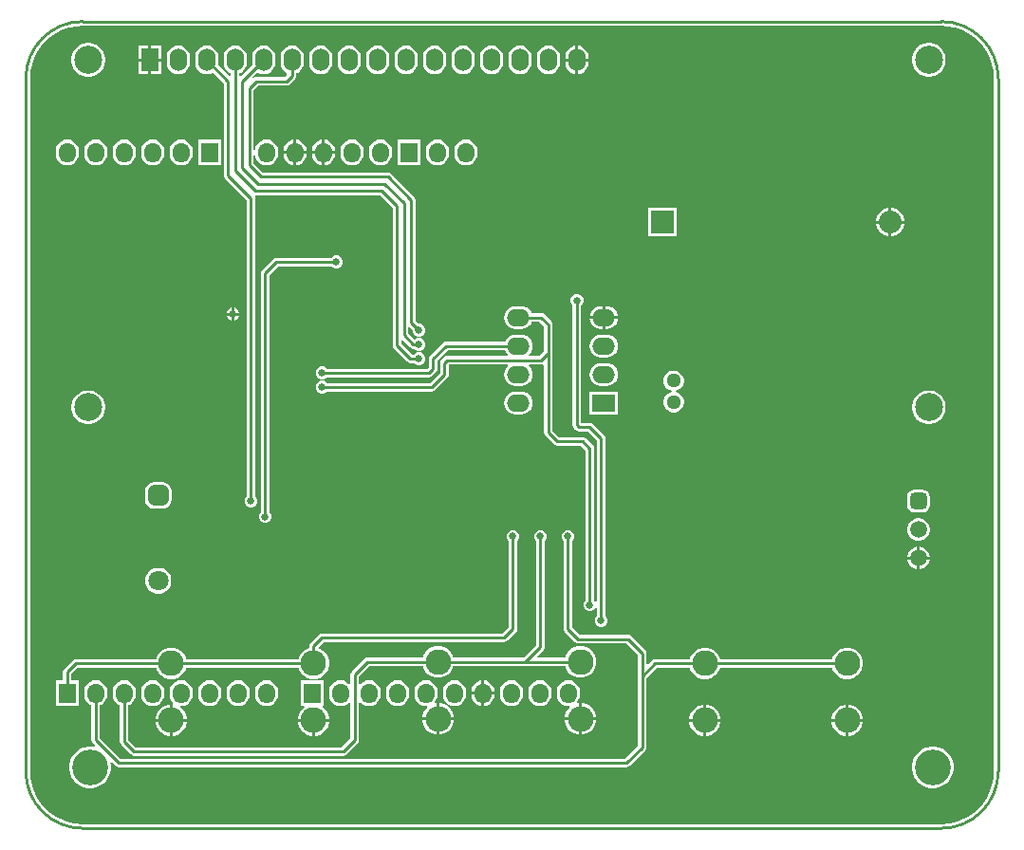
<source format=gbl>
G04*
G04 #@! TF.GenerationSoftware,Altium Limited,Altium Designer,21.3.2 (30)*
G04*
G04 Layer_Physical_Order=2*
G04 Layer_Color=16711680*
%FSTAX24Y24*%
%MOIN*%
G70*
G04*
G04 #@! TF.SameCoordinates,A58ECD2F-0E49-4CC9-AAE6-1995A15C2F52*
G04*
G04*
G04 #@! TF.FilePolarity,Positive*
G04*
G01*
G75*
%ADD11C,0.0100*%
%ADD53C,0.0984*%
%ADD54O,0.0600X0.0800*%
%ADD55R,0.0600X0.0800*%
%ADD56O,0.0600X0.0700*%
%ADD57R,0.0600X0.0700*%
%ADD58C,0.0512*%
%ADD59C,0.1260*%
%ADD60C,0.0900*%
G04:AMPARAMS|DCode=61|XSize=70.9mil|YSize=70.9mil|CornerRadius=17.7mil|HoleSize=0mil|Usage=FLASHONLY|Rotation=270.000|XOffset=0mil|YOffset=0mil|HoleType=Round|Shape=RoundedRectangle|*
%AMROUNDEDRECTD61*
21,1,0.0709,0.0354,0,0,270.0*
21,1,0.0354,0.0709,0,0,270.0*
1,1,0.0354,-0.0177,-0.0177*
1,1,0.0354,-0.0177,0.0177*
1,1,0.0354,0.0177,0.0177*
1,1,0.0354,0.0177,-0.0177*
%
%ADD61ROUNDEDRECTD61*%
%ADD62C,0.0709*%
%ADD65C,0.0591*%
G04:AMPARAMS|DCode=66|XSize=59.1mil|YSize=59.1mil|CornerRadius=14.8mil|HoleSize=0mil|Usage=FLASHONLY|Rotation=270.000|XOffset=0mil|YOffset=0mil|HoleType=Round|Shape=RoundedRectangle|*
%AMROUNDEDRECTD66*
21,1,0.0591,0.0295,0,0,270.0*
21,1,0.0295,0.0591,0,0,270.0*
1,1,0.0295,-0.0148,-0.0148*
1,1,0.0295,-0.0148,0.0148*
1,1,0.0295,0.0148,0.0148*
1,1,0.0295,0.0148,-0.0148*
%
%ADD66ROUNDEDRECTD66*%
%ADD67C,0.0800*%
%ADD68R,0.0800X0.0800*%
%ADD69C,0.0250*%
%ADD70R,0.0800X0.0600*%
%ADD71O,0.0800X0.0600*%
G36*
X067941Y044233D02*
X068179Y044186D01*
X068408Y044108D01*
X068624Y044001D01*
X068826Y043867D01*
X069007Y043707D01*
X069167Y043526D01*
X069301Y043324D01*
X069408Y043108D01*
X069486Y042879D01*
X069533Y042641D01*
X069548Y042407D01*
X069547Y0424D01*
Y01805D01*
X069548Y018043D01*
X069533Y017809D01*
X069486Y017571D01*
X069408Y017342D01*
X069301Y017126D01*
X069167Y016924D01*
X069007Y016743D01*
X068826Y016583D01*
X068624Y016449D01*
X068408Y016342D01*
X068179Y016264D01*
X067941Y016217D01*
X067707Y016202D01*
X0677Y016203D01*
X037545D01*
X037538Y016202D01*
X037304Y016217D01*
X037066Y016264D01*
X036837Y016342D01*
X036621Y016449D01*
X036419Y016583D01*
X036238Y016743D01*
X036078Y016924D01*
X035944Y017126D01*
X035837Y017342D01*
X035759Y017571D01*
X035712Y017809D01*
X035697Y018043D01*
X035698Y01805D01*
Y0424D01*
X035697Y042407D01*
X035712Y042641D01*
X035759Y042879D01*
X035837Y043108D01*
X035944Y043324D01*
X036078Y043526D01*
X036238Y043707D01*
X036419Y043867D01*
X036621Y044001D01*
X036837Y044108D01*
X037066Y044186D01*
X037304Y044233D01*
X037538Y044248D01*
X037545Y044247D01*
X0677D01*
X067707Y044248D01*
X067941Y044233D01*
D02*
G37*
%LPC*%
G36*
X05495Y043547D02*
Y0431D01*
X055303D01*
Y04315D01*
X05529Y043254D01*
X055249Y043352D01*
X055185Y043435D01*
X055102Y043499D01*
X055004Y04354D01*
X05495Y043547D01*
D02*
G37*
G36*
X05485D02*
X054796Y04354D01*
X054698Y043499D01*
X054615Y043435D01*
X054551Y043352D01*
X05451Y043254D01*
X054497Y04315D01*
Y0431D01*
X05485D01*
Y043547D01*
D02*
G37*
G36*
X0403Y04355D02*
X03995D01*
Y0431D01*
X0403D01*
Y04355D01*
D02*
G37*
G36*
X03985D02*
X0395D01*
Y0431D01*
X03985D01*
Y04355D01*
D02*
G37*
G36*
X055303Y043D02*
X05495D01*
Y042553D01*
X055004Y04256D01*
X055102Y042601D01*
X055185Y042665D01*
X055249Y042748D01*
X05529Y042846D01*
X055303Y04295D01*
Y043D01*
D02*
G37*
G36*
X05485D02*
X054497D01*
Y04295D01*
X05451Y042846D01*
X054551Y042748D01*
X054615Y042665D01*
X054698Y042601D01*
X054796Y04256D01*
X05485Y042553D01*
Y043D01*
D02*
G37*
G36*
X0403D02*
X03995D01*
Y04255D01*
X0403D01*
Y043D01*
D02*
G37*
G36*
X03985D02*
X0395D01*
Y04255D01*
X03985D01*
Y043D01*
D02*
G37*
G36*
X0539Y043553D02*
X053796Y04354D01*
X053698Y043499D01*
X053615Y043435D01*
X053551Y043352D01*
X05351Y043254D01*
X053497Y04315D01*
Y04295D01*
X05351Y042846D01*
X053551Y042748D01*
X053615Y042665D01*
X053698Y042601D01*
X053796Y04256D01*
X0539Y042547D01*
X054004Y04256D01*
X054102Y042601D01*
X054185Y042665D01*
X054249Y042748D01*
X05429Y042846D01*
X054303Y04295D01*
Y04315D01*
X05429Y043254D01*
X054249Y043352D01*
X054185Y043435D01*
X054102Y043499D01*
X054004Y04354D01*
X0539Y043553D01*
D02*
G37*
G36*
X0529D02*
X052796Y04354D01*
X052698Y043499D01*
X052615Y043435D01*
X052551Y043352D01*
X05251Y043254D01*
X052497Y04315D01*
Y04295D01*
X05251Y042846D01*
X052551Y042748D01*
X052615Y042665D01*
X052698Y042601D01*
X052796Y04256D01*
X0529Y042547D01*
X053004Y04256D01*
X053102Y042601D01*
X053185Y042665D01*
X053249Y042748D01*
X05329Y042846D01*
X053303Y04295D01*
Y04315D01*
X05329Y043254D01*
X053249Y043352D01*
X053185Y043435D01*
X053102Y043499D01*
X053004Y04354D01*
X0529Y043553D01*
D02*
G37*
G36*
X0519D02*
X051796Y04354D01*
X051698Y043499D01*
X051615Y043435D01*
X051551Y043352D01*
X05151Y043254D01*
X051497Y04315D01*
Y04295D01*
X05151Y042846D01*
X051551Y042748D01*
X051615Y042665D01*
X051698Y042601D01*
X051796Y04256D01*
X0519Y042547D01*
X052004Y04256D01*
X052102Y042601D01*
X052185Y042665D01*
X052249Y042748D01*
X05229Y042846D01*
X052303Y04295D01*
Y04315D01*
X05229Y043254D01*
X052249Y043352D01*
X052185Y043435D01*
X052102Y043499D01*
X052004Y04354D01*
X0519Y043553D01*
D02*
G37*
G36*
X0509D02*
X050796Y04354D01*
X050698Y043499D01*
X050615Y043435D01*
X050551Y043352D01*
X05051Y043254D01*
X050497Y04315D01*
Y04295D01*
X05051Y042846D01*
X050551Y042748D01*
X050615Y042665D01*
X050698Y042601D01*
X050796Y04256D01*
X0509Y042547D01*
X051004Y04256D01*
X051102Y042601D01*
X051185Y042665D01*
X051249Y042748D01*
X05129Y042846D01*
X051303Y04295D01*
Y04315D01*
X05129Y043254D01*
X051249Y043352D01*
X051185Y043435D01*
X051102Y043499D01*
X051004Y04354D01*
X0509Y043553D01*
D02*
G37*
G36*
X0499D02*
X049796Y04354D01*
X049698Y043499D01*
X049615Y043435D01*
X049551Y043352D01*
X04951Y043254D01*
X049497Y04315D01*
Y04295D01*
X04951Y042846D01*
X049551Y042748D01*
X049615Y042665D01*
X049698Y042601D01*
X049796Y04256D01*
X0499Y042547D01*
X050004Y04256D01*
X050102Y042601D01*
X050185Y042665D01*
X050249Y042748D01*
X05029Y042846D01*
X050303Y04295D01*
Y04315D01*
X05029Y043254D01*
X050249Y043352D01*
X050185Y043435D01*
X050102Y043499D01*
X050004Y04354D01*
X0499Y043553D01*
D02*
G37*
G36*
X0489D02*
X048796Y04354D01*
X048698Y043499D01*
X048615Y043435D01*
X048551Y043352D01*
X04851Y043254D01*
X048497Y04315D01*
Y04295D01*
X04851Y042846D01*
X048551Y042748D01*
X048615Y042665D01*
X048698Y042601D01*
X048796Y04256D01*
X0489Y042547D01*
X049004Y04256D01*
X049102Y042601D01*
X049185Y042665D01*
X049249Y042748D01*
X04929Y042846D01*
X049303Y04295D01*
Y04315D01*
X04929Y043254D01*
X049249Y043352D01*
X049185Y043435D01*
X049102Y043499D01*
X049004Y04354D01*
X0489Y043553D01*
D02*
G37*
G36*
X0479D02*
X047796Y04354D01*
X047698Y043499D01*
X047615Y043435D01*
X047551Y043352D01*
X04751Y043254D01*
X047497Y04315D01*
Y04295D01*
X04751Y042846D01*
X047551Y042748D01*
X047615Y042665D01*
X047698Y042601D01*
X047796Y04256D01*
X0479Y042547D01*
X048004Y04256D01*
X048102Y042601D01*
X048185Y042665D01*
X048249Y042748D01*
X04829Y042846D01*
X048303Y04295D01*
Y04315D01*
X04829Y043254D01*
X048249Y043352D01*
X048185Y043435D01*
X048102Y043499D01*
X048004Y04354D01*
X0479Y043553D01*
D02*
G37*
G36*
X0469D02*
X046796Y04354D01*
X046698Y043499D01*
X046615Y043435D01*
X046551Y043352D01*
X04651Y043254D01*
X046497Y04315D01*
Y04295D01*
X04651Y042846D01*
X046551Y042748D01*
X046615Y042665D01*
X046698Y042601D01*
X046796Y04256D01*
X0469Y042547D01*
X047004Y04256D01*
X047102Y042601D01*
X047185Y042665D01*
X047249Y042748D01*
X04729Y042846D01*
X047303Y04295D01*
Y04315D01*
X04729Y043254D01*
X047249Y043352D01*
X047185Y043435D01*
X047102Y043499D01*
X047004Y04354D01*
X0469Y043553D01*
D02*
G37*
G36*
X0459D02*
X045796Y04354D01*
X045698Y043499D01*
X045615Y043435D01*
X045551Y043352D01*
X04551Y043254D01*
X045497Y04315D01*
Y04295D01*
X04551Y042846D01*
X045551Y042748D01*
X045615Y042665D01*
X045698Y042601D01*
X045796Y04256D01*
X0459Y042547D01*
X046004Y04256D01*
X046102Y042601D01*
X046185Y042665D01*
X046249Y042748D01*
X04629Y042846D01*
X046303Y04295D01*
Y04315D01*
X04629Y043254D01*
X046249Y043352D01*
X046185Y043435D01*
X046102Y043499D01*
X046004Y04354D01*
X0459Y043553D01*
D02*
G37*
G36*
X0449D02*
X044796Y04354D01*
X044698Y043499D01*
X044615Y043435D01*
X044551Y043352D01*
X04451Y043254D01*
X044497Y04315D01*
Y04295D01*
X04451Y042846D01*
X044551Y042748D01*
X044615Y042665D01*
X044698Y042601D01*
X044709Y042596D01*
X044721Y042537D01*
X044637Y042453D01*
X04365D01*
X043591Y042441D01*
X043552Y042415D01*
X04352Y042454D01*
X043681Y042614D01*
X043698Y042601D01*
X043796Y04256D01*
X0439Y042547D01*
X044004Y04256D01*
X044102Y042601D01*
X044185Y042665D01*
X044249Y042748D01*
X04429Y042846D01*
X044303Y04295D01*
Y04315D01*
X04429Y043254D01*
X044249Y043352D01*
X044185Y043435D01*
X044102Y043499D01*
X044004Y04354D01*
X0439Y043553D01*
X043796Y04354D01*
X043698Y043499D01*
X043615Y043435D01*
X043551Y043352D01*
X04351Y043254D01*
X043497Y04315D01*
Y04295D01*
X043507Y042873D01*
X043099Y042465D01*
X043053Y042485D01*
Y04258D01*
X043102Y042601D01*
X043185Y042665D01*
X043249Y042748D01*
X04329Y042846D01*
X043303Y04295D01*
Y04315D01*
X04329Y043254D01*
X043249Y043352D01*
X043185Y043435D01*
X043102Y043499D01*
X043004Y04354D01*
X0429Y043553D01*
X042796Y04354D01*
X042698Y043499D01*
X042615Y043435D01*
X042551Y043352D01*
X04251Y043254D01*
X042497Y04315D01*
Y04295D01*
X04251Y042846D01*
X042551Y042748D01*
X042615Y042665D01*
X042698Y042601D01*
X042747Y04258D01*
Y042485D01*
X042701Y042465D01*
X042293Y042873D01*
X042303Y04295D01*
Y04315D01*
X04229Y043254D01*
X042249Y043352D01*
X042185Y043435D01*
X042102Y043499D01*
X042004Y04354D01*
X0419Y043553D01*
X041796Y04354D01*
X041698Y043499D01*
X041615Y043435D01*
X041551Y043352D01*
X04151Y043254D01*
X041497Y04315D01*
Y04295D01*
X04151Y042846D01*
X041551Y042748D01*
X041615Y042665D01*
X041698Y042601D01*
X041796Y04256D01*
X0419Y042547D01*
X042004Y04256D01*
X042102Y042601D01*
X042119Y042614D01*
X042497Y042237D01*
Y039D01*
X042509Y038941D01*
X042542Y038892D01*
X043297Y038137D01*
Y027715D01*
X043259Y027677D01*
X043225Y027595D01*
Y027505D01*
X043259Y027423D01*
X043323Y027359D01*
X043405Y027325D01*
X043495D01*
X043577Y027359D01*
X043641Y027423D01*
X043675Y027505D01*
Y027595D01*
X043641Y027677D01*
X043603Y027715D01*
Y0382D01*
X043593Y038249D01*
X043594Y038251D01*
X043612Y038282D01*
X043626Y038297D01*
X047987D01*
X048422Y037862D01*
Y033025D01*
X048434Y032966D01*
X048467Y032917D01*
X048942Y032442D01*
X048991Y032409D01*
X04905Y032397D01*
X049185D01*
X049223Y032359D01*
X049305Y032325D01*
X049395D01*
X049477Y032359D01*
X049541Y032423D01*
X049575Y032505D01*
Y032595D01*
X049541Y032677D01*
X049477Y032741D01*
X049395Y032775D01*
X049305D01*
X049223Y032741D01*
X049185Y032703D01*
X049113D01*
X048728Y033088D01*
Y03319D01*
X048774Y03321D01*
X049042Y032942D01*
X049091Y032909D01*
X04915Y032897D01*
X049185D01*
X049223Y032859D01*
X049305Y032825D01*
X049395D01*
X049477Y032859D01*
X049541Y032923D01*
X049575Y033005D01*
Y033095D01*
X049541Y033177D01*
X049477Y033241D01*
X049395Y033275D01*
X049305D01*
X049223Y033241D01*
X049199Y033217D01*
X048978Y033438D01*
Y03364D01*
X049024Y03366D01*
X049125Y033559D01*
Y033505D01*
X049159Y033423D01*
X049223Y033359D01*
X049305Y033325D01*
X049395D01*
X049477Y033359D01*
X049541Y033423D01*
X049575Y033505D01*
Y033595D01*
X049541Y033677D01*
X049477Y033741D01*
X049395Y033775D01*
X049341D01*
X049228Y033888D01*
Y038132D01*
X049216Y038191D01*
X049183Y03824D01*
X048365Y039058D01*
X048316Y039091D01*
X048257Y039103D01*
X04387D01*
X043553Y03942D01*
Y039698D01*
X043603Y039701D01*
X04361Y039646D01*
X043651Y039548D01*
X043715Y039465D01*
X043798Y039401D01*
X043896Y03936D01*
X044Y039347D01*
X044104Y03936D01*
X044202Y039401D01*
X044285Y039465D01*
X044349Y039548D01*
X04439Y039646D01*
X044403Y03975D01*
Y03985D01*
X04439Y039954D01*
X044349Y040052D01*
X044285Y040135D01*
X044202Y040199D01*
X044104Y04024D01*
X044Y040253D01*
X043896Y04024D01*
X043798Y040199D01*
X043715Y040135D01*
X043651Y040052D01*
X04361Y039954D01*
X043603Y039899D01*
X043553Y039902D01*
Y041987D01*
X043713Y042147D01*
X0447D01*
X044759Y042159D01*
X044808Y042192D01*
X045008Y042392D01*
X045041Y042441D01*
X045053Y0425D01*
Y04258D01*
X045102Y042601D01*
X045185Y042665D01*
X045249Y042748D01*
X04529Y042846D01*
X045303Y04295D01*
Y04315D01*
X04529Y043254D01*
X045249Y043352D01*
X045185Y043435D01*
X045102Y043499D01*
X045004Y04354D01*
X0449Y043553D01*
D02*
G37*
G36*
X0409D02*
X040796Y04354D01*
X040698Y043499D01*
X040615Y043435D01*
X040551Y043352D01*
X04051Y043254D01*
X040497Y04315D01*
Y04295D01*
X04051Y042846D01*
X040551Y042748D01*
X040615Y042665D01*
X040698Y042601D01*
X040796Y04256D01*
X0409Y042547D01*
X041004Y04256D01*
X041102Y042601D01*
X041185Y042665D01*
X041249Y042748D01*
X04129Y042846D01*
X041303Y04295D01*
Y04315D01*
X04129Y043254D01*
X041249Y043352D01*
X041185Y043435D01*
X041102Y043499D01*
X041004Y04354D01*
X0409Y043553D01*
D02*
G37*
G36*
X067321Y043642D02*
X067204D01*
X067089Y043619D01*
X066982Y043575D01*
X066885Y04351D01*
X066802Y043427D01*
X066737Y04333D01*
X066693Y043223D01*
X06667Y043108D01*
Y042992D01*
X066693Y042877D01*
X066737Y04277D01*
X066802Y042673D01*
X066885Y04259D01*
X066982Y042525D01*
X067089Y042481D01*
X067204Y042458D01*
X067321D01*
X067435Y042481D01*
X067543Y042525D01*
X06764Y04259D01*
X067722Y042673D01*
X067787Y04277D01*
X067832Y042877D01*
X067854Y042992D01*
Y043108D01*
X067832Y043223D01*
X067787Y04333D01*
X067722Y043427D01*
X06764Y04351D01*
X067543Y043575D01*
X067435Y043619D01*
X067321Y043642D01*
D02*
G37*
G36*
X037793D02*
X037676D01*
X037562Y043619D01*
X037454Y043575D01*
X037357Y04351D01*
X037275Y043427D01*
X03721Y04333D01*
X037165Y043223D01*
X037143Y043108D01*
Y042992D01*
X037165Y042877D01*
X03721Y04277D01*
X037275Y042673D01*
X037357Y04259D01*
X037454Y042525D01*
X037562Y042481D01*
X037676Y042458D01*
X037793D01*
X037907Y042481D01*
X038015Y042525D01*
X038112Y04259D01*
X038195Y042673D01*
X038259Y04277D01*
X038304Y042877D01*
X038327Y042992D01*
Y043108D01*
X038304Y043223D01*
X038259Y04333D01*
X038195Y043427D01*
X038112Y04351D01*
X038015Y043575D01*
X037907Y043619D01*
X037793Y043642D01*
D02*
G37*
G36*
X04605Y040247D02*
Y03985D01*
X046403D01*
X04639Y039954D01*
X046349Y040052D01*
X046285Y040135D01*
X046202Y040199D01*
X046104Y04024D01*
X04605Y040247D01*
D02*
G37*
G36*
X04505D02*
Y03985D01*
X045403D01*
X04539Y039954D01*
X045349Y040052D01*
X045285Y040135D01*
X045202Y040199D01*
X045104Y04024D01*
X04505Y040247D01*
D02*
G37*
G36*
X04595D02*
X045896Y04024D01*
X045798Y040199D01*
X045715Y040135D01*
X045651Y040052D01*
X04561Y039954D01*
X045597Y03985D01*
D01*
X04595D01*
Y040247D01*
D02*
G37*
G36*
X04495D02*
X044896Y04024D01*
X044798Y040199D01*
X044715Y040135D01*
X044651Y040052D01*
X04461Y039954D01*
X044597Y03985D01*
D01*
X04495D01*
Y040247D01*
D02*
G37*
G36*
X046403Y03975D02*
X04605D01*
Y039353D01*
X046104Y03936D01*
X046202Y039401D01*
X046285Y039465D01*
X046349Y039548D01*
X04639Y039646D01*
X046403Y03975D01*
D01*
D02*
G37*
G36*
X045403D02*
X04505D01*
Y039353D01*
X045104Y03936D01*
X045202Y039401D01*
X045285Y039465D01*
X045349Y039548D01*
X04539Y039646D01*
X045403Y03975D01*
D01*
D02*
G37*
G36*
X04595D02*
X045597D01*
X04561Y039646D01*
X045651Y039548D01*
X045715Y039465D01*
X045798Y039401D01*
X045896Y03936D01*
X04595Y039353D01*
Y03975D01*
D02*
G37*
G36*
X04495D02*
X044597D01*
X04461Y039646D01*
X044651Y039548D01*
X044715Y039465D01*
X044798Y039401D01*
X044896Y03936D01*
X04495Y039353D01*
Y03975D01*
D02*
G37*
G36*
X0494Y04025D02*
X0486D01*
Y03935D01*
X0494D01*
Y04025D01*
D02*
G37*
G36*
X0424D02*
X0416D01*
Y03935D01*
X0424D01*
Y04025D01*
D02*
G37*
G36*
X051Y040253D02*
X050896Y04024D01*
X050798Y040199D01*
X050715Y040135D01*
X050651Y040052D01*
X05061Y039954D01*
X050597Y03985D01*
Y03975D01*
X05061Y039646D01*
X050651Y039548D01*
X050715Y039465D01*
X050798Y039401D01*
X050896Y03936D01*
X051Y039347D01*
X051104Y03936D01*
X051202Y039401D01*
X051285Y039465D01*
X051349Y039548D01*
X05139Y039646D01*
X051403Y03975D01*
Y03985D01*
X05139Y039954D01*
X051349Y040052D01*
X051285Y040135D01*
X051202Y040199D01*
X051104Y04024D01*
X051Y040253D01*
D02*
G37*
G36*
X05D02*
X049896Y04024D01*
X049798Y040199D01*
X049715Y040135D01*
X049651Y040052D01*
X04961Y039954D01*
X049597Y03985D01*
Y03975D01*
X04961Y039646D01*
X049651Y039548D01*
X049715Y039465D01*
X049798Y039401D01*
X049896Y03936D01*
X05Y039347D01*
X050104Y03936D01*
X050202Y039401D01*
X050285Y039465D01*
X050349Y039548D01*
X05039Y039646D01*
X050403Y03975D01*
Y03985D01*
X05039Y039954D01*
X050349Y040052D01*
X050285Y040135D01*
X050202Y040199D01*
X050104Y04024D01*
X05Y040253D01*
D02*
G37*
G36*
X048D02*
X047896Y04024D01*
X047798Y040199D01*
X047715Y040135D01*
X047651Y040052D01*
X04761Y039954D01*
X047597Y03985D01*
Y03975D01*
X04761Y039646D01*
X047651Y039548D01*
X047715Y039465D01*
X047798Y039401D01*
X047896Y03936D01*
X048Y039347D01*
X048104Y03936D01*
X048202Y039401D01*
X048285Y039465D01*
X048349Y039548D01*
X04839Y039646D01*
X048403Y03975D01*
Y03985D01*
X04839Y039954D01*
X048349Y040052D01*
X048285Y040135D01*
X048202Y040199D01*
X048104Y04024D01*
X048Y040253D01*
D02*
G37*
G36*
X047D02*
X046896Y04024D01*
X046798Y040199D01*
X046715Y040135D01*
X046651Y040052D01*
X04661Y039954D01*
X046597Y03985D01*
Y03975D01*
X04661Y039646D01*
X046651Y039548D01*
X046715Y039465D01*
X046798Y039401D01*
X046896Y03936D01*
X047Y039347D01*
X047104Y03936D01*
X047202Y039401D01*
X047285Y039465D01*
X047349Y039548D01*
X04739Y039646D01*
X047403Y03975D01*
Y03985D01*
X04739Y039954D01*
X047349Y040052D01*
X047285Y040135D01*
X047202Y040199D01*
X047104Y04024D01*
X047Y040253D01*
D02*
G37*
G36*
X041D02*
X040896Y04024D01*
X040798Y040199D01*
X040715Y040135D01*
X040651Y040052D01*
X04061Y039954D01*
X040597Y03985D01*
Y03975D01*
X04061Y039646D01*
X040651Y039548D01*
X040715Y039465D01*
X040798Y039401D01*
X040896Y03936D01*
X041Y039347D01*
X041104Y03936D01*
X041202Y039401D01*
X041285Y039465D01*
X041349Y039548D01*
X04139Y039646D01*
X041403Y03975D01*
Y03985D01*
X04139Y039954D01*
X041349Y040052D01*
X041285Y040135D01*
X041202Y040199D01*
X041104Y04024D01*
X041Y040253D01*
D02*
G37*
G36*
X04D02*
X039896Y04024D01*
X039798Y040199D01*
X039715Y040135D01*
X039651Y040052D01*
X03961Y039954D01*
X039597Y03985D01*
Y03975D01*
X03961Y039646D01*
X039651Y039548D01*
X039715Y039465D01*
X039798Y039401D01*
X039896Y03936D01*
X04Y039347D01*
X040104Y03936D01*
X040202Y039401D01*
X040285Y039465D01*
X040349Y039548D01*
X04039Y039646D01*
X040403Y03975D01*
Y03985D01*
X04039Y039954D01*
X040349Y040052D01*
X040285Y040135D01*
X040202Y040199D01*
X040104Y04024D01*
X04Y040253D01*
D02*
G37*
G36*
X039D02*
X038896Y04024D01*
X038798Y040199D01*
X038715Y040135D01*
X038651Y040052D01*
X03861Y039954D01*
X038597Y03985D01*
Y03975D01*
X03861Y039646D01*
X038651Y039548D01*
X038715Y039465D01*
X038798Y039401D01*
X038896Y03936D01*
X039Y039347D01*
X039104Y03936D01*
X039202Y039401D01*
X039285Y039465D01*
X039349Y039548D01*
X03939Y039646D01*
X039403Y03975D01*
Y03985D01*
X03939Y039954D01*
X039349Y040052D01*
X039285Y040135D01*
X039202Y040199D01*
X039104Y04024D01*
X039Y040253D01*
D02*
G37*
G36*
X038D02*
X037896Y04024D01*
X037798Y040199D01*
X037715Y040135D01*
X037651Y040052D01*
X03761Y039954D01*
X037597Y03985D01*
Y03975D01*
X03761Y039646D01*
X037651Y039548D01*
X037715Y039465D01*
X037798Y039401D01*
X037896Y03936D01*
X038Y039347D01*
X038104Y03936D01*
X038202Y039401D01*
X038285Y039465D01*
X038349Y039548D01*
X03839Y039646D01*
X038403Y03975D01*
Y03985D01*
X03839Y039954D01*
X038349Y040052D01*
X038285Y040135D01*
X038202Y040199D01*
X038104Y04024D01*
X038Y040253D01*
D02*
G37*
G36*
X037D02*
X036896Y04024D01*
X036798Y040199D01*
X036715Y040135D01*
X036651Y040052D01*
X03661Y039954D01*
X036597Y03985D01*
Y03975D01*
X03661Y039646D01*
X036651Y039548D01*
X036715Y039465D01*
X036798Y039401D01*
X036896Y03936D01*
X037Y039347D01*
X037104Y03936D01*
X037202Y039401D01*
X037285Y039465D01*
X037349Y039548D01*
X03739Y039646D01*
X037403Y03975D01*
Y03985D01*
X03739Y039954D01*
X037349Y040052D01*
X037285Y040135D01*
X037202Y040199D01*
X037104Y04024D01*
X037Y040253D01*
D02*
G37*
G36*
X065966Y03785D02*
X06595D01*
Y0374D01*
X0664D01*
Y037416D01*
X066366Y037543D01*
X0663Y037657D01*
X066207Y03775D01*
X066093Y037816D01*
X065966Y03785D01*
D02*
G37*
G36*
X06585D02*
X065834D01*
X065707Y037816D01*
X065593Y03775D01*
X0655Y037657D01*
X065434Y037543D01*
X0654Y037416D01*
Y0374D01*
X06585D01*
Y03785D01*
D02*
G37*
G36*
X0664Y0373D02*
X06595D01*
Y03685D01*
X065966D01*
X066093Y036884D01*
X066207Y03695D01*
X0663Y037043D01*
X066366Y037157D01*
X0664Y037284D01*
Y0373D01*
D02*
G37*
G36*
X06585D02*
X0654D01*
Y037284D01*
X065434Y037157D01*
X0655Y037043D01*
X065593Y03695D01*
X065707Y036884D01*
X065834Y03685D01*
X06585D01*
Y0373D01*
D02*
G37*
G36*
X0584Y03785D02*
X0574D01*
Y03685D01*
X0584D01*
Y03785D01*
D02*
G37*
G36*
X046495Y036175D02*
X046405D01*
X046323Y036141D01*
X046285Y036103D01*
X04435D01*
X044291Y036091D01*
X044242Y036058D01*
X043842Y035658D01*
X043809Y035609D01*
X043797Y03555D01*
Y027165D01*
X043759Y027127D01*
X043725Y027045D01*
Y026955D01*
X043759Y026873D01*
X043823Y026809D01*
X043905Y026775D01*
X043995D01*
X044077Y026809D01*
X044141Y026873D01*
X044175Y026955D01*
Y027045D01*
X044141Y027127D01*
X044103Y027165D01*
Y035487D01*
X044413Y035797D01*
X046285D01*
X046323Y035759D01*
X046405Y035725D01*
X046495D01*
X046577Y035759D01*
X046641Y035823D01*
X046675Y035905D01*
Y035995D01*
X046641Y036077D01*
X046577Y036141D01*
X046495Y036175D01*
D02*
G37*
G36*
X042866Y034339D02*
Y034166D01*
X043039D01*
X043007Y034244D01*
X042944Y034307D01*
X042866Y034339D01*
D02*
G37*
G36*
X042766D02*
X042689Y034307D01*
X042625Y034244D01*
X042593Y034166D01*
X042766D01*
Y034339D01*
D02*
G37*
G36*
X05595Y034403D02*
X0559D01*
Y03405D01*
X056347D01*
X05634Y034104D01*
X056299Y034202D01*
X056235Y034285D01*
X056152Y034349D01*
X056054Y03439D01*
X05595Y034403D01*
D02*
G37*
G36*
X0558D02*
X05575D01*
X055646Y03439D01*
X055548Y034349D01*
X055465Y034285D01*
X055401Y034202D01*
X05536Y034104D01*
X055353Y03405D01*
X0558D01*
Y034403D01*
D02*
G37*
G36*
X043039Y034066D02*
X042866D01*
Y033893D01*
X042944Y033925D01*
X043007Y033989D01*
X043039Y034066D01*
D02*
G37*
G36*
X042766D02*
X042593D01*
X042625Y033989D01*
X042689Y033925D01*
X042766Y033893D01*
Y034066D01*
D02*
G37*
G36*
X056347Y03395D02*
X0559D01*
Y033597D01*
X05595D01*
X056054Y03361D01*
X056152Y033651D01*
X056235Y033715D01*
X056299Y033798D01*
X05634Y033896D01*
X056347Y03395D01*
D02*
G37*
G36*
X0558D02*
X055353D01*
X05536Y033896D01*
X055401Y033798D01*
X055465Y033715D01*
X055548Y033651D01*
X055646Y03361D01*
X05575Y033597D01*
X0558D01*
Y03395D01*
D02*
G37*
G36*
X05595Y033403D02*
X05575D01*
X055646Y03339D01*
X055548Y033349D01*
X055465Y033285D01*
X055401Y033202D01*
X05536Y033104D01*
X055347Y033D01*
X05536Y032896D01*
X055401Y032798D01*
X055465Y032715D01*
X055548Y032651D01*
X055646Y03261D01*
X05575Y032597D01*
X05595D01*
X056054Y03261D01*
X056152Y032651D01*
X056235Y032715D01*
X056299Y032798D01*
X05634Y032896D01*
X056353Y033D01*
X05634Y033104D01*
X056299Y033202D01*
X056235Y033285D01*
X056152Y033349D01*
X056054Y03339D01*
X05595Y033403D01*
D02*
G37*
G36*
Y032403D02*
X05575D01*
X055646Y03239D01*
X055548Y032349D01*
X055465Y032285D01*
X055401Y032202D01*
X05536Y032104D01*
X055347Y032D01*
X05536Y031896D01*
X055401Y031798D01*
X055465Y031715D01*
X055548Y031651D01*
X055646Y03161D01*
X05575Y031597D01*
X05595D01*
X056054Y03161D01*
X056152Y031651D01*
X056235Y031715D01*
X056299Y031798D01*
X05634Y031896D01*
X056353Y032D01*
X05634Y032104D01*
X056299Y032202D01*
X056235Y032285D01*
X056152Y032349D01*
X056054Y03239D01*
X05595Y032403D01*
D02*
G37*
G36*
X058347Y032131D02*
X058253D01*
X058163Y032107D01*
X058081Y03206D01*
X058015Y031994D01*
X057968Y031912D01*
X057944Y031822D01*
Y031728D01*
X057968Y031638D01*
X058015Y031556D01*
X058081Y03149D01*
X058163Y031443D01*
X058228Y031426D01*
Y031374D01*
X058163Y031357D01*
X058081Y03131D01*
X058015Y031244D01*
X057968Y031162D01*
X057944Y031072D01*
Y030978D01*
X057968Y030888D01*
X058015Y030806D01*
X058081Y03074D01*
X058163Y030693D01*
X058253Y030669D01*
X058347D01*
X058437Y030693D01*
X058519Y03074D01*
X058585Y030806D01*
X058632Y030888D01*
X058656Y030978D01*
Y031072D01*
X058632Y031162D01*
X058585Y031244D01*
X058519Y03131D01*
X058437Y031357D01*
X058372Y031374D01*
Y031426D01*
X058437Y031443D01*
X058519Y03149D01*
X058585Y031556D01*
X058632Y031638D01*
X058656Y031728D01*
Y031822D01*
X058632Y031912D01*
X058585Y031994D01*
X058519Y03206D01*
X058437Y032107D01*
X058347Y032131D01*
D02*
G37*
G36*
X05635Y0314D02*
X05535D01*
Y0306D01*
X05635D01*
Y0314D01*
D02*
G37*
G36*
X05295Y031403D02*
X05275D01*
X052646Y03139D01*
X052548Y031349D01*
X052465Y031285D01*
X052401Y031202D01*
X05236Y031104D01*
X052347Y031D01*
X05236Y030896D01*
X052401Y030798D01*
X052465Y030715D01*
X052548Y030651D01*
X052646Y03061D01*
X05275Y030597D01*
X05295D01*
X053054Y03061D01*
X053152Y030651D01*
X053235Y030715D01*
X053299Y030798D01*
X05334Y030896D01*
X053353Y031D01*
X05334Y031104D01*
X053299Y031202D01*
X053235Y031285D01*
X053152Y031349D01*
X053054Y03139D01*
X05295Y031403D01*
D02*
G37*
G36*
X067321Y031437D02*
X067204D01*
X067089Y031415D01*
X066982Y03137D01*
X066885Y031305D01*
X066802Y031223D01*
X066737Y031126D01*
X066693Y031018D01*
X06667Y030904D01*
Y030787D01*
X066693Y030673D01*
X066737Y030565D01*
X066802Y030468D01*
X066885Y030385D01*
X066982Y030321D01*
X067089Y030276D01*
X067204Y030253D01*
X067321D01*
X067435Y030276D01*
X067543Y030321D01*
X06764Y030385D01*
X067722Y030468D01*
X067787Y030565D01*
X067832Y030673D01*
X067854Y030787D01*
Y030904D01*
X067832Y031018D01*
X067787Y031126D01*
X067722Y031223D01*
X06764Y031305D01*
X067543Y03137D01*
X067435Y031415D01*
X067321Y031437D01*
D02*
G37*
G36*
X037793D02*
X037676D01*
X037562Y031415D01*
X037454Y03137D01*
X037357Y031305D01*
X037275Y031223D01*
X03721Y031126D01*
X037165Y031018D01*
X037143Y030904D01*
Y030787D01*
X037165Y030673D01*
X03721Y030565D01*
X037275Y030468D01*
X037357Y030385D01*
X037454Y030321D01*
X037562Y030276D01*
X037676Y030253D01*
X037793D01*
X037907Y030276D01*
X038015Y030321D01*
X038112Y030385D01*
X038195Y030468D01*
X038259Y030565D01*
X038304Y030673D01*
X038327Y030787D01*
Y030904D01*
X038304Y031018D01*
X038259Y031126D01*
X038195Y031223D01*
X038112Y031305D01*
X038015Y03137D01*
X037907Y031415D01*
X037793Y031437D01*
D02*
G37*
G36*
X040377Y028207D02*
X040023D01*
X03995Y028197D01*
X039883Y028169D01*
X039825Y028125D01*
X039781Y028067D01*
X039753Y028D01*
X039743Y027927D01*
Y027573D01*
X039753Y0275D01*
X039781Y027433D01*
X039825Y027375D01*
X039883Y027331D01*
X03995Y027303D01*
X040023Y027293D01*
X040377D01*
X04045Y027303D01*
X040517Y027331D01*
X040575Y027375D01*
X040619Y027433D01*
X040647Y0275D01*
X040657Y027573D01*
Y027927D01*
X040647Y028D01*
X040619Y028067D01*
X040575Y028125D01*
X040517Y028169D01*
X04045Y028197D01*
X040377Y028207D01*
D02*
G37*
G36*
X067048Y02795D02*
X066752D01*
X066656Y027931D01*
X066574Y027876D01*
X066519Y027794D01*
X0665Y027698D01*
Y027402D01*
X066519Y027306D01*
X066574Y027224D01*
X066656Y027169D01*
X066752Y02715D01*
X067048D01*
X067144Y027169D01*
X067226Y027224D01*
X067281Y027306D01*
X0673Y027402D01*
Y027698D01*
X067281Y027794D01*
X067226Y027876D01*
X067144Y027931D01*
X067048Y02795D01*
D02*
G37*
G36*
X066952Y026945D02*
X066848D01*
X066747Y026918D01*
X066657Y026866D01*
X066584Y026793D01*
X066532Y026703D01*
X066505Y026602D01*
Y026498D01*
X066532Y026397D01*
X066584Y026307D01*
X066657Y026234D01*
X066747Y026182D01*
X066848Y026155D01*
X066952D01*
X067053Y026182D01*
X067143Y026234D01*
X067216Y026307D01*
X067268Y026397D01*
X067295Y026498D01*
Y026602D01*
X067268Y026703D01*
X067216Y026793D01*
X067143Y026866D01*
X067053Y026918D01*
X066952Y026945D01*
D02*
G37*
G36*
Y025945D02*
X06695D01*
Y0256D01*
X067295D01*
Y025602D01*
X067268Y025703D01*
X067216Y025793D01*
X067143Y025866D01*
X067053Y025918D01*
X066952Y025945D01*
D02*
G37*
G36*
X06685D02*
X066848D01*
X066747Y025918D01*
X066657Y025866D01*
X066584Y025793D01*
X066532Y025703D01*
X066505Y025602D01*
Y0256D01*
X06685D01*
Y025945D01*
D02*
G37*
G36*
X067295Y0255D02*
X06695D01*
Y025155D01*
X066952D01*
X067053Y025182D01*
X067143Y025234D01*
X067216Y025307D01*
X067268Y025397D01*
X067295Y025498D01*
Y0255D01*
D02*
G37*
G36*
X06685D02*
X066505D01*
Y025498D01*
X066532Y025397D01*
X066584Y025307D01*
X066657Y025234D01*
X066747Y025182D01*
X066848Y025155D01*
X06685D01*
Y0255D01*
D02*
G37*
G36*
X04026Y025204D02*
X04014D01*
X040025Y025173D01*
X039921Y025114D01*
X039836Y025029D01*
X039777Y024925D01*
X039746Y02481D01*
Y02469D01*
X039777Y024575D01*
X039836Y024471D01*
X039921Y024386D01*
X040025Y024327D01*
X04014Y024296D01*
X04026D01*
X040375Y024327D01*
X040479Y024386D01*
X040564Y024471D01*
X040623Y024575D01*
X040654Y02469D01*
Y02481D01*
X040623Y024925D01*
X040564Y025029D01*
X040479Y025114D01*
X040375Y025173D01*
X04026Y025204D01*
D02*
G37*
G36*
X054945Y034825D02*
X054855D01*
X054773Y034791D01*
X054709Y034727D01*
X054675Y034645D01*
Y034555D01*
X054709Y034473D01*
X054747Y034435D01*
Y030209D01*
X054759Y03015D01*
X054792Y0301D01*
X05485Y030042D01*
X0549Y030009D01*
X054959Y029997D01*
X055287D01*
X055597Y029687D01*
Y024022D01*
X055547Y024012D01*
X055541Y024027D01*
X055503Y024065D01*
Y0294D01*
X055491Y029459D01*
X055458Y029508D01*
X055208Y029758D01*
X055159Y029791D01*
X0551Y029803D01*
X054263D01*
X054053Y030013D01*
Y03275D01*
Y03375D01*
X054041Y033809D01*
X054008Y033858D01*
X053758Y034108D01*
X053709Y034141D01*
X05365Y034153D01*
X05332D01*
X053299Y034202D01*
X053235Y034285D01*
X053152Y034349D01*
X053054Y03439D01*
X05295Y034403D01*
X05275D01*
X052646Y03439D01*
X052548Y034349D01*
X052465Y034285D01*
X052401Y034202D01*
X05236Y034104D01*
X052347Y034D01*
X05236Y033896D01*
X052401Y033798D01*
X052465Y033715D01*
X052548Y033651D01*
X052646Y03361D01*
X05275Y033597D01*
X05295D01*
X053054Y03361D01*
X053152Y033651D01*
X053235Y033715D01*
X053299Y033798D01*
X05332Y033847D01*
X053587D01*
X053747Y033687D01*
Y032813D01*
X053587Y032653D01*
X053233D01*
X053216Y0327D01*
X053235Y032715D01*
X053299Y032798D01*
X05334Y032896D01*
X053353Y033D01*
X05334Y033104D01*
X053299Y033202D01*
X053235Y033285D01*
X053152Y033349D01*
X053054Y03339D01*
X05295Y033403D01*
X05275D01*
X052646Y03339D01*
X052548Y033349D01*
X052465Y033285D01*
X052401Y033202D01*
X05238Y033153D01*
X0503D01*
X050241Y033141D01*
X050192Y033108D01*
X049742Y032658D01*
X049709Y032609D01*
X049697Y03255D01*
Y032263D01*
X049637Y032203D01*
X046115D01*
X046077Y032241D01*
X045995Y032275D01*
X045905D01*
X045823Y032241D01*
X045759Y032177D01*
X045725Y032095D01*
Y032005D01*
X045759Y031923D01*
X045823Y031859D01*
X045905Y031825D01*
X045995D01*
X046077Y031859D01*
X046115Y031897D01*
X0497D01*
X049759Y031909D01*
X049808Y031942D01*
X049958Y032092D01*
X049991Y032141D01*
X050003Y0322D01*
Y032487D01*
X050363Y032847D01*
X05238D01*
X052401Y032798D01*
X052465Y032715D01*
X052484Y0327D01*
X052467Y032653D01*
X05035D01*
X050291Y032641D01*
X050242Y032608D01*
X050142Y032508D01*
X050109Y032459D01*
X050097Y0324D01*
Y032063D01*
X049737Y031703D01*
X046115D01*
X046077Y031741D01*
X045995Y031775D01*
X045905D01*
X045823Y031741D01*
X045759Y031677D01*
X045725Y031595D01*
Y031505D01*
X045759Y031423D01*
X045823Y031359D01*
X045905Y031325D01*
X045995D01*
X046077Y031359D01*
X046115Y031397D01*
X0498D01*
X049859Y031409D01*
X049908Y031442D01*
X050358Y031892D01*
X050391Y031941D01*
X050403Y032D01*
Y032337D01*
X050413Y032347D01*
X052467D01*
X052484Y0323D01*
X052465Y032285D01*
X052401Y032202D01*
X05236Y032104D01*
X052347Y032D01*
X05236Y031896D01*
X052401Y031798D01*
X052465Y031715D01*
X052548Y031651D01*
X052646Y03161D01*
X05275Y031597D01*
X05295D01*
X053054Y03161D01*
X053152Y031651D01*
X053235Y031715D01*
X053299Y031798D01*
X05334Y031896D01*
X053353Y032D01*
X05334Y032104D01*
X053299Y032202D01*
X053235Y032285D01*
X053216Y0323D01*
X053233Y032347D01*
X05365D01*
X053697Y032356D01*
X053747Y032329D01*
Y02995D01*
X053759Y029891D01*
X053792Y029842D01*
X054092Y029542D01*
X054141Y029509D01*
X0542Y029497D01*
X055037D01*
X055197Y029337D01*
Y024065D01*
X055159Y024027D01*
X055125Y023945D01*
Y023855D01*
X055159Y023773D01*
X055223Y023709D01*
X055305Y023675D01*
X055395D01*
X055477Y023709D01*
X055541Y023773D01*
X055547Y023788D01*
X055597Y023778D01*
Y023515D01*
X055559Y023477D01*
X055525Y023395D01*
Y023305D01*
X055559Y023223D01*
X055623Y023159D01*
X055705Y023125D01*
X055795D01*
X055877Y023159D01*
X055941Y023223D01*
X055975Y023305D01*
Y023395D01*
X055941Y023477D01*
X055903Y023515D01*
Y02975D01*
X055891Y029809D01*
X055858Y029858D01*
X055458Y030258D01*
X055409Y030291D01*
X05535Y030303D01*
X055053D01*
Y034435D01*
X055091Y034473D01*
X055125Y034555D01*
Y034645D01*
X055091Y034727D01*
X055027Y034791D01*
X054945Y034825D01*
D02*
G37*
G36*
X053662Y026533D02*
X053573D01*
X05349Y026499D01*
X053427Y026436D01*
X053393Y026353D01*
Y026263D01*
X053427Y026181D01*
X053465Y026143D01*
Y022496D01*
X053022Y022053D01*
X050554D01*
X050538Y022112D01*
X050465Y022238D01*
X050363Y02234D01*
X050237Y022413D01*
X050098Y02245D01*
X049953D01*
X049813Y022413D01*
X049687Y02234D01*
X049585Y022238D01*
X049513Y022112D01*
X049497Y022053D01*
X04755D01*
X047491Y022041D01*
X047442Y022008D01*
X046992Y021558D01*
X046959Y021509D01*
X046947Y02145D01*
Y021133D01*
X0469Y021116D01*
X046885Y021135D01*
X046802Y021199D01*
X046704Y02124D01*
X0466Y021253D01*
X046496Y02124D01*
X046398Y021199D01*
X046315Y021135D01*
X046251Y021052D01*
X04621Y020954D01*
X046197Y02085D01*
Y02075D01*
X04621Y020646D01*
X046251Y020548D01*
X046315Y020465D01*
X046398Y020401D01*
X046496Y02036D01*
X0466Y020347D01*
X046704Y02036D01*
X046802Y020401D01*
X046885Y020465D01*
X0469Y020484D01*
X046947Y020467D01*
Y019213D01*
X046637Y018903D01*
X039413Y018903D01*
X039153Y019163D01*
Y02038D01*
X039202Y020401D01*
X039285Y020465D01*
X039349Y020548D01*
X03939Y020646D01*
X039403Y02075D01*
Y02085D01*
X03939Y020954D01*
X039349Y021052D01*
X039285Y021135D01*
X039202Y021199D01*
X039104Y02124D01*
X039Y021253D01*
X038896Y02124D01*
X038798Y021199D01*
X038715Y021135D01*
X038651Y021052D01*
X03861Y020954D01*
X038597Y02085D01*
Y02075D01*
X03861Y020646D01*
X038651Y020548D01*
X038715Y020465D01*
X038798Y020401D01*
X038847Y02038D01*
Y0191D01*
X038859Y019041D01*
X038892Y018992D01*
X039242Y018642D01*
X039291Y018609D01*
X03935Y018597D01*
X0467Y018597D01*
X046759Y018609D01*
X046808Y018642D01*
X047208Y019042D01*
X047241Y019091D01*
X047253Y01915D01*
Y020467D01*
X0473Y020484D01*
X047315Y020465D01*
X047398Y020401D01*
X047496Y02036D01*
X0476Y020347D01*
X047704Y02036D01*
X047802Y020401D01*
X047885Y020465D01*
X047949Y020548D01*
X04799Y020646D01*
X048003Y02075D01*
Y02085D01*
X04799Y020954D01*
X047949Y021052D01*
X047885Y021135D01*
X047802Y021199D01*
X047704Y02124D01*
X0476Y021253D01*
X047496Y02124D01*
X047398Y021199D01*
X047315Y021135D01*
X0473Y021116D01*
X047253Y021133D01*
Y021387D01*
X047613Y021747D01*
X049497D01*
X049513Y021688D01*
X049585Y021562D01*
X049687Y02146D01*
X049813Y021387D01*
X049953Y02135D01*
X050098D01*
X050237Y021387D01*
X050363Y02146D01*
X050465Y021562D01*
X050538Y021688D01*
X050554Y021747D01*
X054497D01*
X054513Y021688D01*
X054585Y021562D01*
X054687Y02146D01*
X054813Y021387D01*
X054953Y02135D01*
X055098D01*
X055237Y021387D01*
X055363Y02146D01*
X055465Y021562D01*
X055538Y021688D01*
X055575Y021828D01*
Y021972D01*
X055538Y022112D01*
X055465Y022238D01*
X055363Y02234D01*
X055237Y022413D01*
X055098Y02245D01*
X054953D01*
X054813Y022413D01*
X054687Y02234D01*
X054585Y022238D01*
X054513Y022112D01*
X054497Y022053D01*
X05352D01*
X053501Y022099D01*
X053726Y022324D01*
X053759Y022374D01*
X053771Y022432D01*
Y026143D01*
X053808Y026181D01*
X053843Y026263D01*
Y026353D01*
X053808Y026436D01*
X053745Y026499D01*
X053662Y026533D01*
D02*
G37*
G36*
X052695D02*
X052605D01*
X052523Y026499D01*
X052459Y026436D01*
X052425Y026353D01*
Y026263D01*
X052459Y026181D01*
X052497Y026143D01*
Y023113D01*
X052287Y022903D01*
X04595D01*
X045891Y022891D01*
X045842Y022858D01*
X045542Y022558D01*
X045509Y022509D01*
X045497Y02245D01*
Y022378D01*
X045438Y022363D01*
X045312Y02229D01*
X04521Y022188D01*
X045137Y022062D01*
X045122Y022003D01*
X041178D01*
X041163Y022062D01*
X04109Y022188D01*
X040988Y02229D01*
X040862Y022363D01*
X040722Y0224D01*
X040578D01*
X040438Y022363D01*
X040312Y02229D01*
X04021Y022188D01*
X040137Y022062D01*
X040122Y022003D01*
X0373D01*
X037241Y021991D01*
X037192Y021958D01*
X036892Y021658D01*
X036859Y021609D01*
X036847Y02155D01*
Y02125D01*
X0366D01*
Y02035D01*
X0374D01*
Y02125D01*
X037153D01*
Y021487D01*
X037363Y021697D01*
X040122D01*
X040137Y021638D01*
X04021Y021512D01*
X040312Y02141D01*
X040438Y021337D01*
X040578Y0213D01*
X040722D01*
X040862Y021337D01*
X040988Y02141D01*
X04109Y021512D01*
X041163Y021638D01*
X041178Y021697D01*
X045122D01*
X045137Y021638D01*
X04521Y021512D01*
X045312Y02141D01*
X045438Y021337D01*
X045578Y0213D01*
X045722D01*
X045862Y021337D01*
X045988Y02141D01*
X04609Y021512D01*
X046163Y021638D01*
X0462Y021778D01*
Y021922D01*
X046163Y022062D01*
X04609Y022188D01*
X045988Y02229D01*
X045862Y022363D01*
X045852Y022365D01*
X045837Y022421D01*
X046013Y022597D01*
X05235D01*
X052409Y022609D01*
X052458Y022642D01*
X052758Y022942D01*
X052791Y022991D01*
X052803Y02305D01*
Y026143D01*
X052841Y026181D01*
X052875Y026263D01*
Y026353D01*
X052841Y026436D01*
X052777Y026499D01*
X052695Y026533D01*
D02*
G37*
G36*
X05463D02*
X054541D01*
X054458Y026499D01*
X054395Y026436D01*
X05436Y026353D01*
Y026263D01*
X054395Y026181D01*
X054432Y026143D01*
Y023065D01*
X054444Y023006D01*
X054477Y022956D01*
X054842Y022592D01*
X054891Y022559D01*
X05495Y022547D01*
X056637D01*
X057047Y022137D01*
Y0214D01*
Y018963D01*
X056587Y018503D01*
X038863D01*
X038153Y019213D01*
Y02038D01*
X038202Y020401D01*
X038285Y020465D01*
X038349Y020548D01*
X03839Y020646D01*
X038403Y02075D01*
Y02085D01*
X03839Y020954D01*
X038349Y021052D01*
X038285Y021135D01*
X038202Y021199D01*
X038104Y02124D01*
X038Y021253D01*
X037896Y02124D01*
X037798Y021199D01*
X037715Y021135D01*
X037651Y021052D01*
X03761Y020954D01*
X037597Y02085D01*
Y02075D01*
X03761Y020646D01*
X037651Y020548D01*
X037715Y020465D01*
X037798Y020401D01*
X037847Y02038D01*
Y01915D01*
X037859Y019091D01*
X037892Y019042D01*
X037973Y018961D01*
X037948Y018915D01*
X037872Y01893D01*
X037728D01*
X037587Y018902D01*
X037454Y018847D01*
X037335Y018767D01*
X037233Y018665D01*
X037153Y018546D01*
X037098Y018413D01*
X03707Y018272D01*
Y018128D01*
X037098Y017987D01*
X037153Y017854D01*
X037233Y017735D01*
X037335Y017633D01*
X037454Y017553D01*
X037587Y017498D01*
X037728Y01747D01*
X037872D01*
X038013Y017498D01*
X038146Y017553D01*
X038265Y017633D01*
X038367Y017735D01*
X038447Y017854D01*
X038502Y017987D01*
X03853Y018128D01*
Y018272D01*
X038515Y018348D01*
X038561Y018373D01*
X038692Y018242D01*
X038741Y018209D01*
X0388Y018197D01*
X05665D01*
X056709Y018209D01*
X056758Y018242D01*
X057308Y018792D01*
X057341Y018841D01*
X057353Y0189D01*
Y021337D01*
X057713Y021697D01*
X058872D01*
X058887Y021638D01*
X05896Y021512D01*
X059062Y02141D01*
X059188Y021337D01*
X059328Y0213D01*
X059472D01*
X059612Y021337D01*
X059738Y02141D01*
X05984Y021512D01*
X059913Y021638D01*
X059928Y021697D01*
X063872D01*
X063887Y021638D01*
X06396Y021512D01*
X064062Y02141D01*
X064188Y021337D01*
X064328Y0213D01*
X064472D01*
X064612Y021337D01*
X064738Y02141D01*
X06484Y021512D01*
X064913Y021638D01*
X06495Y021778D01*
Y021922D01*
X064913Y022062D01*
X06484Y022188D01*
X064738Y02229D01*
X064612Y022363D01*
X064472Y0224D01*
X064328D01*
X064188Y022363D01*
X064062Y02229D01*
X06396Y022188D01*
X063887Y022062D01*
X063872Y022003D01*
X059928D01*
X059913Y022062D01*
X05984Y022188D01*
X059738Y02229D01*
X059612Y022363D01*
X059472Y0224D01*
X059328D01*
X059188Y022363D01*
X059062Y02229D01*
X05896Y022188D01*
X058887Y022062D01*
X058872Y022003D01*
X05765D01*
X057591Y021991D01*
X057542Y021958D01*
X057399Y021815D01*
X057353Y021835D01*
Y0222D01*
X057341Y022259D01*
X057308Y022308D01*
X056808Y022808D01*
X056759Y022841D01*
X0567Y022853D01*
X055013D01*
X054738Y023128D01*
Y026143D01*
X054776Y026181D01*
X05481Y026263D01*
Y026353D01*
X054776Y026436D01*
X054713Y026499D01*
X05463Y026533D01*
D02*
G37*
G36*
X05165Y021247D02*
Y02085D01*
X052003D01*
X05199Y020954D01*
X051949Y021052D01*
X051885Y021135D01*
X051802Y021199D01*
X051704Y02124D01*
X05165Y021247D01*
D02*
G37*
G36*
X05155D02*
X051496Y02124D01*
X051398Y021199D01*
X051315Y021135D01*
X051251Y021052D01*
X05121Y020954D01*
X051197Y02085D01*
D01*
X05155D01*
Y021247D01*
D02*
G37*
G36*
X052003Y02075D02*
X05165D01*
Y020353D01*
X051704Y02036D01*
X051802Y020401D01*
X051885Y020465D01*
X051949Y020548D01*
X05199Y020646D01*
X052003Y02075D01*
D01*
D02*
G37*
G36*
X05155D02*
X051197D01*
X05121Y020646D01*
X051251Y020548D01*
X051315Y020465D01*
X051398Y020401D01*
X051496Y02036D01*
X05155Y020353D01*
Y02075D01*
D02*
G37*
G36*
X0536Y021253D02*
X053496Y02124D01*
X053398Y021199D01*
X053315Y021135D01*
X053251Y021052D01*
X05321Y020954D01*
X053197Y02085D01*
Y02075D01*
X05321Y020646D01*
X053251Y020548D01*
X053315Y020465D01*
X053398Y020401D01*
X053496Y02036D01*
X0536Y020347D01*
X053704Y02036D01*
X053802Y020401D01*
X053885Y020465D01*
X053949Y020548D01*
X05399Y020646D01*
X054003Y02075D01*
Y02085D01*
X05399Y020954D01*
X053949Y021052D01*
X053885Y021135D01*
X053802Y021199D01*
X053704Y02124D01*
X0536Y021253D01*
D02*
G37*
G36*
X0526D02*
X052496Y02124D01*
X052398Y021199D01*
X052315Y021135D01*
X052251Y021052D01*
X05221Y020954D01*
X052197Y02085D01*
Y02075D01*
X05221Y020646D01*
X052251Y020548D01*
X052315Y020465D01*
X052398Y020401D01*
X052496Y02036D01*
X0526Y020347D01*
X052704Y02036D01*
X052802Y020401D01*
X052885Y020465D01*
X052949Y020548D01*
X05299Y020646D01*
X053003Y02075D01*
Y02085D01*
X05299Y020954D01*
X052949Y021052D01*
X052885Y021135D01*
X052802Y021199D01*
X052704Y02124D01*
X0526Y021253D01*
D02*
G37*
G36*
X0506D02*
X050496Y02124D01*
X050398Y021199D01*
X050315Y021135D01*
X050251Y021052D01*
X05021Y020954D01*
X050197Y02085D01*
Y02075D01*
X05021Y020646D01*
X050251Y020548D01*
X050315Y020465D01*
X050398Y020401D01*
X050496Y02036D01*
X0506Y020347D01*
X050704Y02036D01*
X050802Y020401D01*
X050885Y020465D01*
X050949Y020548D01*
X05099Y020646D01*
X051003Y02075D01*
Y02085D01*
X05099Y020954D01*
X050949Y021052D01*
X050885Y021135D01*
X050802Y021199D01*
X050704Y02124D01*
X0506Y021253D01*
D02*
G37*
G36*
X0486D02*
X048496Y02124D01*
X048398Y021199D01*
X048315Y021135D01*
X048251Y021052D01*
X04821Y020954D01*
X048197Y02085D01*
Y02075D01*
X04821Y020646D01*
X048251Y020548D01*
X048315Y020465D01*
X048398Y020401D01*
X048496Y02036D01*
X0486Y020347D01*
X048704Y02036D01*
X048802Y020401D01*
X048885Y020465D01*
X048949Y020548D01*
X04899Y020646D01*
X049003Y02075D01*
Y02085D01*
X04899Y020954D01*
X048949Y021052D01*
X048885Y021135D01*
X048802Y021199D01*
X048704Y02124D01*
X0486Y021253D01*
D02*
G37*
G36*
X044D02*
X043896Y02124D01*
X043798Y021199D01*
X043715Y021135D01*
X043651Y021052D01*
X04361Y020954D01*
X043597Y02085D01*
Y02075D01*
X04361Y020646D01*
X043651Y020548D01*
X043715Y020465D01*
X043798Y020401D01*
X043896Y02036D01*
X044Y020347D01*
X044104Y02036D01*
X044202Y020401D01*
X044285Y020465D01*
X044349Y020548D01*
X04439Y020646D01*
X044403Y02075D01*
Y02085D01*
X04439Y020954D01*
X044349Y021052D01*
X044285Y021135D01*
X044202Y021199D01*
X044104Y02124D01*
X044Y021253D01*
D02*
G37*
G36*
X043D02*
X042896Y02124D01*
X042798Y021199D01*
X042715Y021135D01*
X042651Y021052D01*
X04261Y020954D01*
X042597Y02085D01*
Y02075D01*
X04261Y020646D01*
X042651Y020548D01*
X042715Y020465D01*
X042798Y020401D01*
X042896Y02036D01*
X043Y020347D01*
X043104Y02036D01*
X043202Y020401D01*
X043285Y020465D01*
X043349Y020548D01*
X04339Y020646D01*
X043403Y02075D01*
Y02085D01*
X04339Y020954D01*
X043349Y021052D01*
X043285Y021135D01*
X043202Y021199D01*
X043104Y02124D01*
X043Y021253D01*
D02*
G37*
G36*
X042D02*
X041896Y02124D01*
X041798Y021199D01*
X041715Y021135D01*
X041651Y021052D01*
X04161Y020954D01*
X041597Y02085D01*
Y02075D01*
X04161Y020646D01*
X041651Y020548D01*
X041715Y020465D01*
X041798Y020401D01*
X041896Y02036D01*
X042Y020347D01*
X042104Y02036D01*
X042202Y020401D01*
X042285Y020465D01*
X042349Y020548D01*
X04239Y020646D01*
X042403Y02075D01*
Y02085D01*
X04239Y020954D01*
X042349Y021052D01*
X042285Y021135D01*
X042202Y021199D01*
X042104Y02124D01*
X042Y021253D01*
D02*
G37*
G36*
X041D02*
X040896Y02124D01*
X040798Y021199D01*
X040715Y021135D01*
X040651Y021052D01*
X04061Y020954D01*
X040597Y02085D01*
Y02075D01*
X04061Y020646D01*
X040651Y020548D01*
X040715Y020465D01*
X040719Y020461D01*
X04072Y020449D01*
X0407Y020429D01*
Y0199D01*
X0412D01*
Y019922D01*
X041163Y020062D01*
X04109Y020188D01*
X040988Y02029D01*
X040971Y0203D01*
X040987Y020348D01*
X041Y020347D01*
X041104Y02036D01*
X041202Y020401D01*
X041285Y020465D01*
X041349Y020548D01*
X04139Y020646D01*
X041403Y02075D01*
Y02085D01*
X04139Y020954D01*
X041349Y021052D01*
X041285Y021135D01*
X041202Y021199D01*
X041104Y02124D01*
X041Y021253D01*
D02*
G37*
G36*
X04D02*
X039896Y02124D01*
X039798Y021199D01*
X039715Y021135D01*
X039651Y021052D01*
X03961Y020954D01*
X039597Y02085D01*
Y02075D01*
X03961Y020646D01*
X039651Y020548D01*
X039715Y020465D01*
X039798Y020401D01*
X039896Y02036D01*
X04Y020347D01*
X040104Y02036D01*
X040202Y020401D01*
X040285Y020465D01*
X040349Y020548D01*
X04039Y020646D01*
X040403Y02075D01*
Y02085D01*
X04039Y020954D01*
X040349Y021052D01*
X040285Y021135D01*
X040202Y021199D01*
X040104Y02124D01*
X04Y021253D01*
D02*
G37*
G36*
X050098Y02045D02*
X050075D01*
Y01995D01*
X050575D01*
Y019972D01*
X050538Y020112D01*
X050465Y020238D01*
X050363Y02034D01*
X050237Y020413D01*
X050098Y02045D01*
D02*
G37*
G36*
X055098D02*
X055075D01*
Y01995D01*
X055575D01*
Y019972D01*
X055538Y020112D01*
X055465Y020238D01*
X055363Y02034D01*
X055237Y020413D01*
X055098Y02045D01*
D02*
G37*
G36*
X0496Y021253D02*
X049496Y02124D01*
X049398Y021199D01*
X049315Y021135D01*
X049251Y021052D01*
X04921Y020954D01*
X049197Y02085D01*
Y02075D01*
X04921Y020646D01*
X049251Y020548D01*
X049315Y020465D01*
X049398Y020401D01*
X049496Y02036D01*
X0496Y020347D01*
X049627Y02035D01*
X04965Y020303D01*
X049585Y020238D01*
X049513Y020112D01*
X049475Y019972D01*
Y01995D01*
X049975D01*
Y02045D01*
X049953D01*
X049933Y020445D01*
X049904Y020489D01*
X049949Y020548D01*
X04999Y020646D01*
X050003Y02075D01*
Y02085D01*
X04999Y020954D01*
X049949Y021052D01*
X049885Y021135D01*
X049802Y021199D01*
X049704Y02124D01*
X0496Y021253D01*
D02*
G37*
G36*
X0546D02*
X054496Y02124D01*
X054398Y021199D01*
X054315Y021135D01*
X054251Y021052D01*
X05421Y020954D01*
X054197Y02085D01*
Y02075D01*
X05421Y020646D01*
X054251Y020548D01*
X054315Y020465D01*
X054398Y020401D01*
X054496Y02036D01*
X0546Y020347D01*
X054627Y02035D01*
X05465Y020303D01*
X054585Y020238D01*
X054513Y020112D01*
X054475Y019972D01*
Y01995D01*
X054975D01*
Y02045D01*
X054953D01*
X054933Y020445D01*
X054904Y020489D01*
X054949Y020548D01*
X05499Y020646D01*
X055003Y02075D01*
Y02085D01*
X05499Y020954D01*
X054949Y021052D01*
X054885Y021135D01*
X054802Y021199D01*
X054704Y02124D01*
X0546Y021253D01*
D02*
G37*
G36*
X064472Y0204D02*
X06445D01*
Y0199D01*
X06495D01*
Y019922D01*
X064913Y020062D01*
X06484Y020188D01*
X064738Y02029D01*
X064612Y020363D01*
X064472Y0204D01*
D02*
G37*
G36*
X059472D02*
X05945D01*
Y0199D01*
X05995D01*
Y019922D01*
X059913Y020062D01*
X05984Y020188D01*
X059738Y02029D01*
X059612Y020363D01*
X059472Y0204D01*
D02*
G37*
G36*
X05935D02*
X059328D01*
X059188Y020363D01*
X059062Y02029D01*
X05896Y020188D01*
X058887Y020062D01*
X05885Y019922D01*
Y0199D01*
X05935D01*
Y0204D01*
D02*
G37*
G36*
X06435D02*
X064328D01*
X064188Y020363D01*
X064062Y02029D01*
X06396Y020188D01*
X063887Y020062D01*
X06385Y019922D01*
Y0199D01*
X06435D01*
Y0204D01*
D02*
G37*
G36*
X0406D02*
X040578D01*
X040438Y020363D01*
X040312Y02029D01*
X04021Y020188D01*
X040137Y020062D01*
X0401Y019922D01*
Y0199D01*
X0406D01*
Y0204D01*
D02*
G37*
G36*
X046Y02125D02*
X0452D01*
Y02035D01*
X045319D01*
X045332Y020302D01*
X045312Y02029D01*
X04521Y020188D01*
X045137Y020062D01*
X0451Y019922D01*
Y0199D01*
X04565D01*
X0462D01*
Y019922D01*
X046163Y020062D01*
X04609Y020188D01*
X045988Y02029D01*
X045968Y020302D01*
X045981Y02035D01*
X046D01*
Y02125D01*
D02*
G37*
G36*
X055575Y01985D02*
X055075D01*
Y01935D01*
X055098D01*
X055237Y019387D01*
X055363Y01946D01*
X055465Y019562D01*
X055538Y019688D01*
X055575Y019828D01*
Y01985D01*
D02*
G37*
G36*
X054975D02*
X054475D01*
Y019828D01*
X054513Y019688D01*
X054585Y019562D01*
X054687Y01946D01*
X054813Y019387D01*
X054953Y01935D01*
X054975D01*
Y01985D01*
D02*
G37*
G36*
X050575D02*
X050075D01*
Y01935D01*
X050098D01*
X050237Y019387D01*
X050363Y01946D01*
X050465Y019562D01*
X050538Y019688D01*
X050575Y019828D01*
Y01985D01*
D02*
G37*
G36*
X049975D02*
X049475D01*
Y019828D01*
X049513Y019688D01*
X049585Y019562D01*
X049687Y01946D01*
X049813Y019387D01*
X049953Y01935D01*
X049975D01*
Y01985D01*
D02*
G37*
G36*
X06495Y0198D02*
X06445D01*
Y0193D01*
X064472D01*
X064612Y019337D01*
X064738Y01941D01*
X06484Y019512D01*
X064913Y019638D01*
X06495Y019778D01*
Y0198D01*
D02*
G37*
G36*
X06435D02*
X06385D01*
Y019778D01*
X063887Y019638D01*
X06396Y019512D01*
X064062Y01941D01*
X064188Y019337D01*
X064328Y0193D01*
X06435D01*
Y0198D01*
D02*
G37*
G36*
X05995D02*
X05945D01*
Y0193D01*
X059472D01*
X059612Y019337D01*
X059738Y01941D01*
X05984Y019512D01*
X059913Y019638D01*
X05995Y019778D01*
Y0198D01*
D02*
G37*
G36*
X05935D02*
X05885D01*
Y019778D01*
X058887Y019638D01*
X05896Y019512D01*
X059062Y01941D01*
X059188Y019337D01*
X059328Y0193D01*
X05935D01*
Y0198D01*
D02*
G37*
G36*
X0462D02*
X0457D01*
Y0193D01*
X045722D01*
X045862Y019337D01*
X045988Y01941D01*
X04609Y019512D01*
X046163Y019638D01*
X0462Y019778D01*
Y0198D01*
D02*
G37*
G36*
X0456D02*
X0451D01*
Y019778D01*
X045137Y019638D01*
X04521Y019512D01*
X045312Y01941D01*
X045438Y019337D01*
X045578Y0193D01*
X0456D01*
Y0198D01*
D02*
G37*
G36*
X0412D02*
X0407D01*
Y0193D01*
X040722D01*
X040862Y019337D01*
X040988Y01941D01*
X04109Y019512D01*
X041163Y019638D01*
X0412Y019778D01*
Y0198D01*
D02*
G37*
G36*
X0406D02*
X0401D01*
Y019778D01*
X040137Y019638D01*
X04021Y019512D01*
X040312Y01941D01*
X040438Y019337D01*
X040578Y0193D01*
X0406D01*
Y0198D01*
D02*
G37*
G36*
X067472Y01893D02*
X067328D01*
X067187Y018902D01*
X067054Y018847D01*
X066935Y018767D01*
X066833Y018665D01*
X066753Y018546D01*
X066698Y018413D01*
X06667Y018272D01*
Y018128D01*
X066698Y017987D01*
X066753Y017854D01*
X066833Y017735D01*
X066935Y017633D01*
X067054Y017553D01*
X067187Y017498D01*
X067328Y01747D01*
X067472D01*
X067613Y017498D01*
X067746Y017553D01*
X067865Y017633D01*
X067967Y017735D01*
X068047Y017854D01*
X068102Y017987D01*
X06813Y018128D01*
Y018272D01*
X068102Y018413D01*
X068047Y018546D01*
X067967Y018665D01*
X067865Y018767D01*
X067746Y018847D01*
X067613Y018902D01*
X067472Y01893D01*
D02*
G37*
%LPD*%
D11*
X0594Y02185D02*
X0644D01*
X05765D02*
X0594D01*
X0572Y0214D02*
X05765Y02185D01*
X0572Y0214D02*
Y0222D01*
Y0189D02*
Y0214D01*
X04435Y03595D02*
X04645D01*
X04395Y027D02*
Y03555D01*
X04435Y03595D01*
X037Y0208D02*
Y02155D01*
X0373Y02185D02*
X04065D01*
X037Y02155D02*
X0373Y02185D01*
X054959Y03015D02*
X05535D01*
X05575Y02975D01*
X0549Y030209D02*
Y0346D01*
Y030209D02*
X054959Y03015D01*
X0551Y02965D02*
X05535Y0294D01*
X0542Y02965D02*
X0551D01*
X05535Y0239D02*
Y0294D01*
X0539Y02995D02*
Y03275D01*
Y02995D02*
X0542Y02965D01*
X05575Y02335D02*
Y02975D01*
X04565Y02185D02*
Y02245D01*
X04595Y02275D01*
X05235D01*
X0567Y0227D02*
X0572Y0222D01*
X05495Y0227D02*
X0567D01*
X0388Y01835D02*
X05665D01*
X0572Y0189D01*
X038Y01915D02*
Y0208D01*
Y01915D02*
X0388Y01835D01*
X039Y0191D02*
X03935Y01875D01*
X039Y0191D02*
Y0208D01*
X053085Y0219D02*
X055025D01*
X053085D02*
X053618Y022432D01*
X050025Y0219D02*
X053085D01*
X03935Y01875D02*
X0467Y01875D01*
X0471Y01915D02*
Y02145D01*
X0467Y01875D02*
X0471Y01915D01*
X048575Y033025D02*
X04905Y03255D01*
X048825Y033375D02*
X04915Y03305D01*
X049075Y033825D02*
Y038132D01*
Y033825D02*
X04935Y03355D01*
X048575Y033025D02*
Y037925D01*
X048257Y03895D02*
X049075Y038132D01*
X048825Y033375D02*
Y038029D01*
X048154Y0387D02*
X048825Y038029D01*
X04805Y03845D02*
X048575Y037925D01*
X043807Y03895D02*
X048257D01*
X043704Y0387D02*
X048154D01*
X0436Y03845D02*
X04805D01*
X04755Y0219D02*
X050025D01*
X0471Y02145D02*
X04755Y0219D01*
X04065Y02185D02*
X04565D01*
X04985Y0322D02*
Y03255D01*
X04595Y03205D02*
X0497D01*
X04985Y0322D01*
Y03255D02*
X0503Y033D01*
X0498Y03155D02*
X05025Y032D01*
X0503Y033D02*
X05285D01*
X05365Y0325D02*
X0539Y03275D01*
Y03375D01*
X05365Y034D02*
X0539Y03375D01*
X05035Y0325D02*
X05365D01*
X05025Y0324D02*
X05035Y0325D01*
X05025Y032D02*
Y0324D01*
X04595Y03155D02*
X0498D01*
X05285Y034D02*
X05365D01*
X04905Y03255D02*
X04935D01*
X0419Y04305D02*
X04265Y0423D01*
Y039D02*
Y0423D01*
Y039D02*
X04345Y0382D01*
Y02755D02*
Y0382D01*
X0447Y0423D02*
X0449Y0425D01*
X0434Y039357D02*
Y04205D01*
Y039357D02*
X043807Y03895D01*
X04315Y039254D02*
X043704Y0387D01*
X0449Y0425D02*
Y04305D01*
X04365Y0423D02*
X0447D01*
X0434Y04205D02*
X04365Y0423D01*
X04315Y039254D02*
Y0423D01*
X0439Y04305D01*
Y04305D01*
X0429Y03915D02*
Y04305D01*
Y03915D02*
X0436Y03845D01*
X04915Y03305D02*
X04935D01*
X05235Y02275D02*
X05265Y02305D01*
X054585Y023065D02*
X05495Y0227D01*
X054585Y023065D02*
Y026308D01*
X05265Y02305D02*
Y026308D01*
X053618Y022432D02*
Y026308D01*
X0697Y0424D02*
G03*
X0677Y0444I-002J0D01*
G01*
Y01605D02*
G03*
X0697Y01805I0J002D01*
G01*
X037545Y0444D02*
G03*
X035545Y0424I0J-002D01*
G01*
Y01805D02*
G03*
X037545Y01605I002J0D01*
G01*
X0677D01*
X037545Y0444D02*
X0677D01*
X0697Y01805D02*
Y0424D01*
X035545Y01805D02*
Y0424D01*
D53*
X037735Y030845D02*
D03*
X067262D02*
D03*
Y04305D02*
D03*
X037735D02*
D03*
D54*
X0549D02*
D03*
X0539D02*
D03*
X0529D02*
D03*
X0519D02*
D03*
X0509D02*
D03*
X0499D02*
D03*
X0489D02*
D03*
X0479D02*
D03*
X0469D02*
D03*
X0459D02*
D03*
X0449D02*
D03*
X0439D02*
D03*
X0429D02*
D03*
X0419D02*
D03*
X0409D02*
D03*
D55*
X0399D02*
D03*
D56*
X0546Y0208D02*
D03*
X0536D02*
D03*
X051Y0398D02*
D03*
X05D02*
D03*
X048D02*
D03*
X047D02*
D03*
X046D02*
D03*
X045D02*
D03*
X044D02*
D03*
X041D02*
D03*
X04D02*
D03*
X039D02*
D03*
X038D02*
D03*
X037D02*
D03*
X038Y0208D02*
D03*
X039D02*
D03*
X04D02*
D03*
X041D02*
D03*
X042D02*
D03*
X043D02*
D03*
X044D02*
D03*
X0466D02*
D03*
X0476D02*
D03*
X0486D02*
D03*
X0496D02*
D03*
X0506D02*
D03*
X0516D02*
D03*
X0526D02*
D03*
D57*
X049Y0398D02*
D03*
X042D02*
D03*
X037Y0208D02*
D03*
X0456D02*
D03*
D58*
X0583Y031025D02*
D03*
Y031775D02*
D03*
D59*
X0674Y0182D02*
D03*
X0378D02*
D03*
D60*
X04065Y01985D02*
D03*
Y02185D02*
D03*
X04565Y01985D02*
D03*
Y02185D02*
D03*
X0594Y01985D02*
D03*
Y02185D02*
D03*
X0644Y01985D02*
D03*
Y02185D02*
D03*
X050025Y0199D02*
D03*
Y0219D02*
D03*
X055025Y0199D02*
D03*
Y0219D02*
D03*
D61*
X0402Y02775D02*
D03*
D62*
Y02475D02*
D03*
D65*
X0669Y02555D02*
D03*
Y02655D02*
D03*
D66*
Y02755D02*
D03*
D67*
X0659Y03735D02*
D03*
D68*
X0579D02*
D03*
D69*
X042816Y034116D02*
D03*
X04645Y03595D02*
D03*
X04395Y027D02*
D03*
X05535Y0239D02*
D03*
X05575Y02335D02*
D03*
X0549Y0346D02*
D03*
X04935Y03255D02*
D03*
X04595Y03205D02*
D03*
Y03155D02*
D03*
X04345Y02755D02*
D03*
X04935Y03305D02*
D03*
Y03355D02*
D03*
X054585Y026308D02*
D03*
X05265D02*
D03*
X053618D02*
D03*
D70*
X05585Y031D02*
D03*
D71*
Y032D02*
D03*
Y033D02*
D03*
Y034D02*
D03*
X05285D02*
D03*
Y033D02*
D03*
Y032D02*
D03*
Y031D02*
D03*
M02*

</source>
